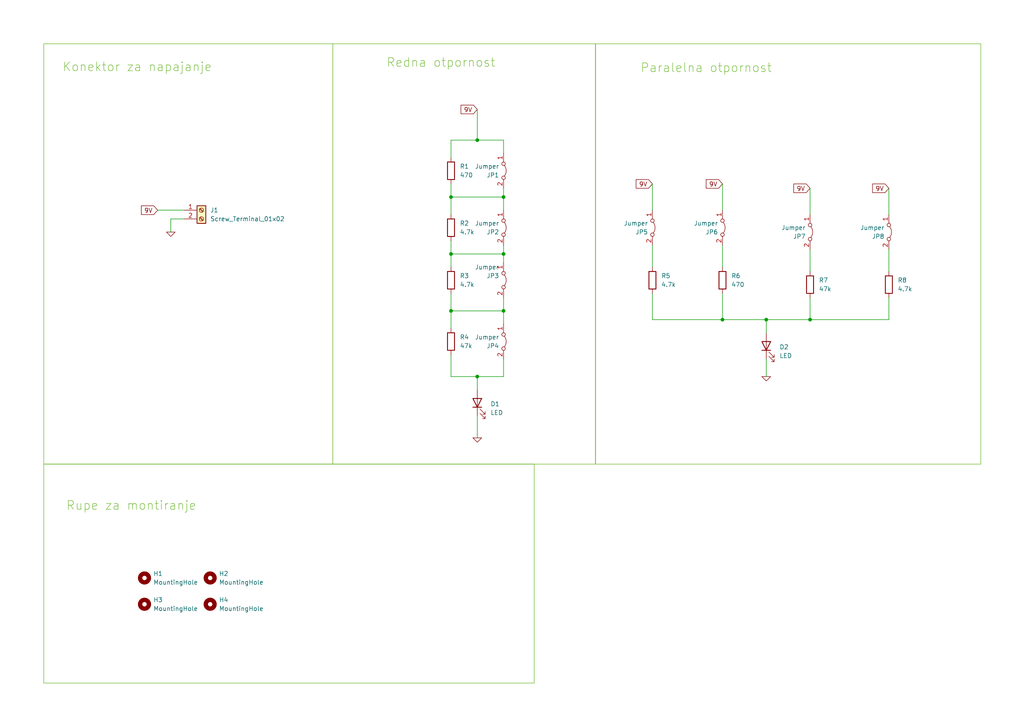
<source format=kicad_sch>
(kicad_sch
	(version 20231120)
	(generator "eeschema")
	(generator_version "8.0")
	(uuid "4bec5ddf-adbf-41fb-a069-c7630bb0044a")
	(paper "A4")
	(title_block
		(title "Redna i paralelna otpornost")
		(date "14.02.2025.")
	)
	(lib_symbols
		(symbol "Connector:Screw_Terminal_01x02"
			(pin_names
				(offset 1.016) hide)
			(exclude_from_sim no)
			(in_bom yes)
			(on_board yes)
			(property "Reference" "J"
				(at 0 2.54 0)
				(effects
					(font
						(size 1.27 1.27)
					)
				)
			)
			(property "Value" "Screw_Terminal_01x02"
				(at 0 -5.08 0)
				(effects
					(font
						(size 1.27 1.27)
					)
				)
			)
			(property "Footprint" ""
				(at 0 0 0)
				(effects
					(font
						(size 1.27 1.27)
					)
					(hide yes)
				)
			)
			(property "Datasheet" "~"
				(at 0 0 0)
				(effects
					(font
						(size 1.27 1.27)
					)
					(hide yes)
				)
			)
			(property "Description" "Generic screw terminal, single row, 01x02, script generated (kicad-library-utils/schlib/autogen/connector/)"
				(at 0 0 0)
				(effects
					(font
						(size 1.27 1.27)
					)
					(hide yes)
				)
			)
			(property "ki_keywords" "screw terminal"
				(at 0 0 0)
				(effects
					(font
						(size 1.27 1.27)
					)
					(hide yes)
				)
			)
			(property "ki_fp_filters" "TerminalBlock*:*"
				(at 0 0 0)
				(effects
					(font
						(size 1.27 1.27)
					)
					(hide yes)
				)
			)
			(symbol "Screw_Terminal_01x02_1_1"
				(rectangle
					(start -1.27 1.27)
					(end 1.27 -3.81)
					(stroke
						(width 0.254)
						(type default)
					)
					(fill
						(type background)
					)
				)
				(circle
					(center 0 -2.54)
					(radius 0.635)
					(stroke
						(width 0.1524)
						(type default)
					)
					(fill
						(type none)
					)
				)
				(polyline
					(pts
						(xy -0.5334 -2.2098) (xy 0.3302 -3.048)
					)
					(stroke
						(width 0.1524)
						(type default)
					)
					(fill
						(type none)
					)
				)
				(polyline
					(pts
						(xy -0.5334 0.3302) (xy 0.3302 -0.508)
					)
					(stroke
						(width 0.1524)
						(type default)
					)
					(fill
						(type none)
					)
				)
				(polyline
					(pts
						(xy -0.3556 -2.032) (xy 0.508 -2.8702)
					)
					(stroke
						(width 0.1524)
						(type default)
					)
					(fill
						(type none)
					)
				)
				(polyline
					(pts
						(xy -0.3556 0.508) (xy 0.508 -0.3302)
					)
					(stroke
						(width 0.1524)
						(type default)
					)
					(fill
						(type none)
					)
				)
				(circle
					(center 0 0)
					(radius 0.635)
					(stroke
						(width 0.1524)
						(type default)
					)
					(fill
						(type none)
					)
				)
				(pin passive line
					(at -5.08 0 0)
					(length 3.81)
					(name "Pin_1"
						(effects
							(font
								(size 1.27 1.27)
							)
						)
					)
					(number "1"
						(effects
							(font
								(size 1.27 1.27)
							)
						)
					)
				)
				(pin passive line
					(at -5.08 -2.54 0)
					(length 3.81)
					(name "Pin_2"
						(effects
							(font
								(size 1.27 1.27)
							)
						)
					)
					(number "2"
						(effects
							(font
								(size 1.27 1.27)
							)
						)
					)
				)
			)
		)
		(symbol "Device:LED"
			(pin_numbers hide)
			(pin_names
				(offset 1.016) hide)
			(exclude_from_sim no)
			(in_bom yes)
			(on_board yes)
			(property "Reference" "D"
				(at 0 2.54 0)
				(effects
					(font
						(size 1.27 1.27)
					)
				)
			)
			(property "Value" "LED"
				(at 0 -2.54 0)
				(effects
					(font
						(size 1.27 1.27)
					)
				)
			)
			(property "Footprint" ""
				(at 0 0 0)
				(effects
					(font
						(size 1.27 1.27)
					)
					(hide yes)
				)
			)
			(property "Datasheet" "~"
				(at 0 0 0)
				(effects
					(font
						(size 1.27 1.27)
					)
					(hide yes)
				)
			)
			(property "Description" "Light emitting diode"
				(at 0 0 0)
				(effects
					(font
						(size 1.27 1.27)
					)
					(hide yes)
				)
			)
			(property "ki_keywords" "LED diode"
				(at 0 0 0)
				(effects
					(font
						(size 1.27 1.27)
					)
					(hide yes)
				)
			)
			(property "ki_fp_filters" "LED* LED_SMD:* LED_THT:*"
				(at 0 0 0)
				(effects
					(font
						(size 1.27 1.27)
					)
					(hide yes)
				)
			)
			(symbol "LED_0_1"
				(polyline
					(pts
						(xy -1.27 -1.27) (xy -1.27 1.27)
					)
					(stroke
						(width 0.254)
						(type default)
					)
					(fill
						(type none)
					)
				)
				(polyline
					(pts
						(xy -1.27 0) (xy 1.27 0)
					)
					(stroke
						(width 0)
						(type default)
					)
					(fill
						(type none)
					)
				)
				(polyline
					(pts
						(xy 1.27 -1.27) (xy 1.27 1.27) (xy -1.27 0) (xy 1.27 -1.27)
					)
					(stroke
						(width 0.254)
						(type default)
					)
					(fill
						(type none)
					)
				)
				(polyline
					(pts
						(xy -3.048 -0.762) (xy -4.572 -2.286) (xy -3.81 -2.286) (xy -4.572 -2.286) (xy -4.572 -1.524)
					)
					(stroke
						(width 0)
						(type default)
					)
					(fill
						(type none)
					)
				)
				(polyline
					(pts
						(xy -1.778 -0.762) (xy -3.302 -2.286) (xy -2.54 -2.286) (xy -3.302 -2.286) (xy -3.302 -1.524)
					)
					(stroke
						(width 0)
						(type default)
					)
					(fill
						(type none)
					)
				)
			)
			(symbol "LED_1_1"
				(pin passive line
					(at -3.81 0 0)
					(length 2.54)
					(name "K"
						(effects
							(font
								(size 1.27 1.27)
							)
						)
					)
					(number "1"
						(effects
							(font
								(size 1.27 1.27)
							)
						)
					)
				)
				(pin passive line
					(at 3.81 0 180)
					(length 2.54)
					(name "A"
						(effects
							(font
								(size 1.27 1.27)
							)
						)
					)
					(number "2"
						(effects
							(font
								(size 1.27 1.27)
							)
						)
					)
				)
			)
		)
		(symbol "Device:R"
			(pin_numbers hide)
			(pin_names
				(offset 0)
			)
			(exclude_from_sim no)
			(in_bom yes)
			(on_board yes)
			(property "Reference" "R"
				(at 2.032 0 90)
				(effects
					(font
						(size 1.27 1.27)
					)
				)
			)
			(property "Value" "R"
				(at 0 0 90)
				(effects
					(font
						(size 1.27 1.27)
					)
				)
			)
			(property "Footprint" ""
				(at -1.778 0 90)
				(effects
					(font
						(size 1.27 1.27)
					)
					(hide yes)
				)
			)
			(property "Datasheet" "~"
				(at 0 0 0)
				(effects
					(font
						(size 1.27 1.27)
					)
					(hide yes)
				)
			)
			(property "Description" "Resistor"
				(at 0 0 0)
				(effects
					(font
						(size 1.27 1.27)
					)
					(hide yes)
				)
			)
			(property "ki_keywords" "R res resistor"
				(at 0 0 0)
				(effects
					(font
						(size 1.27 1.27)
					)
					(hide yes)
				)
			)
			(property "ki_fp_filters" "R_*"
				(at 0 0 0)
				(effects
					(font
						(size 1.27 1.27)
					)
					(hide yes)
				)
			)
			(symbol "R_0_1"
				(rectangle
					(start -1.016 -2.54)
					(end 1.016 2.54)
					(stroke
						(width 0.254)
						(type default)
					)
					(fill
						(type none)
					)
				)
			)
			(symbol "R_1_1"
				(pin passive line
					(at 0 3.81 270)
					(length 1.27)
					(name "~"
						(effects
							(font
								(size 1.27 1.27)
							)
						)
					)
					(number "1"
						(effects
							(font
								(size 1.27 1.27)
							)
						)
					)
				)
				(pin passive line
					(at 0 -3.81 90)
					(length 1.27)
					(name "~"
						(effects
							(font
								(size 1.27 1.27)
							)
						)
					)
					(number "2"
						(effects
							(font
								(size 1.27 1.27)
							)
						)
					)
				)
			)
		)
		(symbol "Jumper:Jumper_2_Bridged"
			(pin_names
				(offset 0) hide)
			(exclude_from_sim no)
			(in_bom yes)
			(on_board yes)
			(property "Reference" "JP"
				(at 0 1.905 0)
				(effects
					(font
						(size 1.27 1.27)
					)
				)
			)
			(property "Value" "Jumper_2_Bridged"
				(at 0 -2.54 0)
				(effects
					(font
						(size 1.27 1.27)
					)
				)
			)
			(property "Footprint" ""
				(at 0 0 0)
				(effects
					(font
						(size 1.27 1.27)
					)
					(hide yes)
				)
			)
			(property "Datasheet" "~"
				(at 0 0 0)
				(effects
					(font
						(size 1.27 1.27)
					)
					(hide yes)
				)
			)
			(property "Description" "Jumper, 2-pole, closed/bridged"
				(at 0 0 0)
				(effects
					(font
						(size 1.27 1.27)
					)
					(hide yes)
				)
			)
			(property "ki_keywords" "Jumper SPST"
				(at 0 0 0)
				(effects
					(font
						(size 1.27 1.27)
					)
					(hide yes)
				)
			)
			(property "ki_fp_filters" "Jumper* TestPoint*2Pads* TestPoint*Bridge*"
				(at 0 0 0)
				(effects
					(font
						(size 1.27 1.27)
					)
					(hide yes)
				)
			)
			(symbol "Jumper_2_Bridged_0_0"
				(circle
					(center -2.032 0)
					(radius 0.508)
					(stroke
						(width 0)
						(type default)
					)
					(fill
						(type none)
					)
				)
				(circle
					(center 2.032 0)
					(radius 0.508)
					(stroke
						(width 0)
						(type default)
					)
					(fill
						(type none)
					)
				)
			)
			(symbol "Jumper_2_Bridged_0_1"
				(arc
					(start 1.524 0.254)
					(mid 0 0.762)
					(end -1.524 0.254)
					(stroke
						(width 0)
						(type default)
					)
					(fill
						(type none)
					)
				)
			)
			(symbol "Jumper_2_Bridged_1_1"
				(pin passive line
					(at -5.08 0 0)
					(length 2.54)
					(name "A"
						(effects
							(font
								(size 1.27 1.27)
							)
						)
					)
					(number "1"
						(effects
							(font
								(size 1.27 1.27)
							)
						)
					)
				)
				(pin passive line
					(at 5.08 0 180)
					(length 2.54)
					(name "B"
						(effects
							(font
								(size 1.27 1.27)
							)
						)
					)
					(number "2"
						(effects
							(font
								(size 1.27 1.27)
							)
						)
					)
				)
			)
		)
		(symbol "Mechanical:MountingHole"
			(pin_names
				(offset 1.016)
			)
			(exclude_from_sim no)
			(in_bom yes)
			(on_board yes)
			(property "Reference" "H"
				(at 0 5.08 0)
				(effects
					(font
						(size 1.27 1.27)
					)
				)
			)
			(property "Value" "MountingHole"
				(at 0 3.175 0)
				(effects
					(font
						(size 1.27 1.27)
					)
				)
			)
			(property "Footprint" ""
				(at 0 0 0)
				(effects
					(font
						(size 1.27 1.27)
					)
					(hide yes)
				)
			)
			(property "Datasheet" "~"
				(at 0 0 0)
				(effects
					(font
						(size 1.27 1.27)
					)
					(hide yes)
				)
			)
			(property "Description" "Mounting Hole without connection"
				(at 0 0 0)
				(effects
					(font
						(size 1.27 1.27)
					)
					(hide yes)
				)
			)
			(property "ki_keywords" "mounting hole"
				(at 0 0 0)
				(effects
					(font
						(size 1.27 1.27)
					)
					(hide yes)
				)
			)
			(property "ki_fp_filters" "MountingHole*"
				(at 0 0 0)
				(effects
					(font
						(size 1.27 1.27)
					)
					(hide yes)
				)
			)
			(symbol "MountingHole_0_1"
				(circle
					(center 0 0)
					(radius 1.27)
					(stroke
						(width 1.27)
						(type default)
					)
					(fill
						(type none)
					)
				)
			)
		)
		(symbol "Simulation_SPICE:0"
			(power)
			(pin_names
				(offset 0)
			)
			(exclude_from_sim no)
			(in_bom yes)
			(on_board yes)
			(property "Reference" "#GND"
				(at 0 -2.54 0)
				(effects
					(font
						(size 1.27 1.27)
					)
					(hide yes)
				)
			)
			(property "Value" "0"
				(at 0 -1.778 0)
				(effects
					(font
						(size 1.27 1.27)
					)
				)
			)
			(property "Footprint" ""
				(at 0 0 0)
				(effects
					(font
						(size 1.27 1.27)
					)
					(hide yes)
				)
			)
			(property "Datasheet" "~"
				(at 0 0 0)
				(effects
					(font
						(size 1.27 1.27)
					)
					(hide yes)
				)
			)
			(property "Description" "0V reference potential for simulation"
				(at 0 0 0)
				(effects
					(font
						(size 1.27 1.27)
					)
					(hide yes)
				)
			)
			(property "ki_keywords" "simulation"
				(at 0 0 0)
				(effects
					(font
						(size 1.27 1.27)
					)
					(hide yes)
				)
			)
			(symbol "0_0_1"
				(polyline
					(pts
						(xy -1.27 0) (xy 0 -1.27) (xy 1.27 0) (xy -1.27 0)
					)
					(stroke
						(width 0)
						(type default)
					)
					(fill
						(type none)
					)
				)
			)
			(symbol "0_1_1"
				(pin power_in line
					(at 0 0 0)
					(length 0) hide
					(name "0"
						(effects
							(font
								(size 1.016 1.016)
							)
						)
					)
					(number "1"
						(effects
							(font
								(size 1.016 1.016)
							)
						)
					)
				)
			)
		)
	)
	(junction
		(at 138.43 40.64)
		(diameter 0)
		(color 0 0 0 0)
		(uuid "28359f30-473d-438d-8026-f332cae6e9da")
	)
	(junction
		(at 222.25 92.71)
		(diameter 0)
		(color 0 0 0 0)
		(uuid "4285b38a-3bcf-4dee-8558-a23177b8898b")
	)
	(junction
		(at 234.95 92.71)
		(diameter 0)
		(color 0 0 0 0)
		(uuid "54cc0ed7-a1e4-4f1d-9516-897777585cb5")
	)
	(junction
		(at 146.05 57.15)
		(diameter 0)
		(color 0 0 0 0)
		(uuid "61798637-91a5-4f7c-a318-152a44b43dbc")
	)
	(junction
		(at 130.81 73.66)
		(diameter 0)
		(color 0 0 0 0)
		(uuid "688a633b-ea5b-4532-9aa6-cc2a546ab1cc")
	)
	(junction
		(at 130.81 57.15)
		(diameter 0)
		(color 0 0 0 0)
		(uuid "71ea5f28-9e42-49bc-bb69-94b48b8e9ae3")
	)
	(junction
		(at 209.55 92.71)
		(diameter 0)
		(color 0 0 0 0)
		(uuid "7c1766ce-eb91-457c-a2c1-960643d4662b")
	)
	(junction
		(at 146.05 90.17)
		(diameter 0)
		(color 0 0 0 0)
		(uuid "873c78dd-8bf4-4ede-92c3-9bba063ebd49")
	)
	(junction
		(at 138.43 109.22)
		(diameter 0)
		(color 0 0 0 0)
		(uuid "9b32aed4-fcaf-4167-b502-2f8a3803714e")
	)
	(junction
		(at 130.81 90.17)
		(diameter 0)
		(color 0 0 0 0)
		(uuid "a11dfbe8-0e8c-4b74-a10e-dd6ddfd003e1")
	)
	(junction
		(at 146.05 73.66)
		(diameter 0)
		(color 0 0 0 0)
		(uuid "c34e9315-b142-4baf-aa65-3851c9a892af")
	)
	(wire
		(pts
			(xy 130.81 90.17) (xy 130.81 95.25)
		)
		(stroke
			(width 0)
			(type default)
		)
		(uuid "0530f049-245d-48d3-9ddd-b3571f16de75")
	)
	(wire
		(pts
			(xy 130.81 40.64) (xy 130.81 45.72)
		)
		(stroke
			(width 0)
			(type default)
		)
		(uuid "10f7f194-1784-408c-9caa-04247f945ae3")
	)
	(wire
		(pts
			(xy 130.81 102.87) (xy 130.81 109.22)
		)
		(stroke
			(width 0)
			(type default)
		)
		(uuid "246c7c52-2263-45e1-ad4f-099824dbc729")
	)
	(wire
		(pts
			(xy 234.95 86.36) (xy 234.95 92.71)
		)
		(stroke
			(width 0)
			(type default)
		)
		(uuid "2f90c028-f1c8-494f-af45-cc07feb082ff")
	)
	(wire
		(pts
			(xy 209.55 92.71) (xy 222.25 92.71)
		)
		(stroke
			(width 0)
			(type default)
		)
		(uuid "3d37b932-ee36-4e25-b9f6-dea61057c165")
	)
	(wire
		(pts
			(xy 130.81 69.85) (xy 130.81 73.66)
		)
		(stroke
			(width 0)
			(type default)
		)
		(uuid "40c4da73-0e01-4aa4-9386-1a76374d8d02")
	)
	(wire
		(pts
			(xy 146.05 40.64) (xy 146.05 44.45)
		)
		(stroke
			(width 0)
			(type default)
		)
		(uuid "46c28472-eced-408c-b6f0-6e5dbfe551b5")
	)
	(wire
		(pts
			(xy 130.81 40.64) (xy 138.43 40.64)
		)
		(stroke
			(width 0)
			(type default)
		)
		(uuid "482a67ab-2366-4387-9c36-71e000f1433d")
	)
	(wire
		(pts
			(xy 146.05 90.17) (xy 146.05 93.98)
		)
		(stroke
			(width 0)
			(type default)
		)
		(uuid "52b71cff-ce35-4253-a243-c3f9e24c97eb")
	)
	(wire
		(pts
			(xy 146.05 109.22) (xy 138.43 109.22)
		)
		(stroke
			(width 0)
			(type default)
		)
		(uuid "5d3c67d8-9348-4cf7-9847-96ad30f1d26a")
	)
	(wire
		(pts
			(xy 146.05 73.66) (xy 146.05 71.12)
		)
		(stroke
			(width 0)
			(type default)
		)
		(uuid "602ad33a-46c0-4ba9-b693-395ea4517d98")
	)
	(wire
		(pts
			(xy 209.55 85.09) (xy 209.55 92.71)
		)
		(stroke
			(width 0)
			(type default)
		)
		(uuid "62a3790a-440a-4cb1-b38a-b555e88afbb0")
	)
	(wire
		(pts
			(xy 53.34 60.96) (xy 45.72 60.96)
		)
		(stroke
			(width 0)
			(type default)
		)
		(uuid "65122e7f-9906-440c-babe-53ce0ff1e12c")
	)
	(wire
		(pts
			(xy 130.81 57.15) (xy 130.81 62.23)
		)
		(stroke
			(width 0)
			(type default)
		)
		(uuid "6e2b0665-8bf6-4df2-b454-e01bf6f81110")
	)
	(wire
		(pts
			(xy 189.23 92.71) (xy 209.55 92.71)
		)
		(stroke
			(width 0)
			(type default)
		)
		(uuid "7ddec014-fd5c-4c10-ba3c-aa9a69bdc903")
	)
	(wire
		(pts
			(xy 189.23 85.09) (xy 189.23 92.71)
		)
		(stroke
			(width 0)
			(type default)
		)
		(uuid "84c5d4fe-42c0-4552-89b6-efcb571b84b7")
	)
	(wire
		(pts
			(xy 189.23 53.34) (xy 189.23 60.96)
		)
		(stroke
			(width 0)
			(type default)
		)
		(uuid "87c7f87a-ccd3-49aa-891e-eb25ff31274c")
	)
	(wire
		(pts
			(xy 222.25 92.71) (xy 222.25 96.52)
		)
		(stroke
			(width 0)
			(type default)
		)
		(uuid "933b9188-7416-4626-b952-33458f61175a")
	)
	(wire
		(pts
			(xy 189.23 71.12) (xy 189.23 77.47)
		)
		(stroke
			(width 0)
			(type default)
		)
		(uuid "9d472aa0-dea7-4f0a-a1b6-6a6d3e1cd921")
	)
	(wire
		(pts
			(xy 209.55 71.12) (xy 209.55 77.47)
		)
		(stroke
			(width 0)
			(type default)
		)
		(uuid "9ff0d05e-0fd8-4cd5-bcca-ae6bb2bfb409")
	)
	(wire
		(pts
			(xy 130.81 73.66) (xy 130.81 77.47)
		)
		(stroke
			(width 0)
			(type default)
		)
		(uuid "a1927151-6f4f-4af3-a25e-e533c8d53c64")
	)
	(wire
		(pts
			(xy 138.43 31.75) (xy 138.43 40.64)
		)
		(stroke
			(width 0)
			(type default)
		)
		(uuid "a22b3d22-9df6-4a5c-b955-da70db8e4ba0")
	)
	(wire
		(pts
			(xy 222.25 92.71) (xy 234.95 92.71)
		)
		(stroke
			(width 0)
			(type default)
		)
		(uuid "a5dd9ac8-7d67-4479-8801-48100ccd04aa")
	)
	(wire
		(pts
			(xy 234.95 92.71) (xy 257.81 92.71)
		)
		(stroke
			(width 0)
			(type default)
		)
		(uuid "a9cbbabe-e744-4fab-93bf-b36061c75c51")
	)
	(wire
		(pts
			(xy 130.81 85.09) (xy 130.81 90.17)
		)
		(stroke
			(width 0)
			(type default)
		)
		(uuid "aa239206-031f-4e26-8008-bb1996d25d7d")
	)
	(wire
		(pts
			(xy 146.05 73.66) (xy 146.05 76.2)
		)
		(stroke
			(width 0)
			(type default)
		)
		(uuid "ae254b71-0516-4929-8e67-8a3dcd59405e")
	)
	(wire
		(pts
			(xy 257.81 72.39) (xy 257.81 78.74)
		)
		(stroke
			(width 0)
			(type default)
		)
		(uuid "b1b3081c-743d-4dd4-b4a8-5df0dd15a40d")
	)
	(wire
		(pts
			(xy 257.81 86.36) (xy 257.81 92.71)
		)
		(stroke
			(width 0)
			(type default)
		)
		(uuid "b5975ca5-3b99-479c-bd66-be5ee671f27f")
	)
	(wire
		(pts
			(xy 130.81 90.17) (xy 146.05 90.17)
		)
		(stroke
			(width 0)
			(type default)
		)
		(uuid "b6e9253d-dacb-4cc4-b229-5c6646f8308d")
	)
	(wire
		(pts
			(xy 209.55 53.34) (xy 209.55 60.96)
		)
		(stroke
			(width 0)
			(type default)
		)
		(uuid "b83cbce5-1371-41b7-881a-ca0fad42489d")
	)
	(wire
		(pts
			(xy 146.05 86.36) (xy 146.05 90.17)
		)
		(stroke
			(width 0)
			(type default)
		)
		(uuid "bb087a37-ef0f-4074-8388-b30038a8e3b9")
	)
	(wire
		(pts
			(xy 130.81 57.15) (xy 146.05 57.15)
		)
		(stroke
			(width 0)
			(type default)
		)
		(uuid "c079d424-8f06-431c-bec3-45676c4606d7")
	)
	(wire
		(pts
			(xy 234.95 72.39) (xy 234.95 78.74)
		)
		(stroke
			(width 0)
			(type default)
		)
		(uuid "c5af33f0-3aa5-4db4-b40a-99d9dc54003e")
	)
	(wire
		(pts
			(xy 49.53 63.5) (xy 53.34 63.5)
		)
		(stroke
			(width 0)
			(type default)
		)
		(uuid "c8841d33-7036-40c0-b328-88b7fa2a063c")
	)
	(wire
		(pts
			(xy 130.81 53.34) (xy 130.81 57.15)
		)
		(stroke
			(width 0)
			(type default)
		)
		(uuid "d13148a3-38a2-48b2-bc9e-c724ebe5da9b")
	)
	(wire
		(pts
			(xy 146.05 57.15) (xy 146.05 60.96)
		)
		(stroke
			(width 0)
			(type default)
		)
		(uuid "dabf0cfc-dcb3-4364-a15c-cf804a9370da")
	)
	(wire
		(pts
			(xy 138.43 120.65) (xy 138.43 127)
		)
		(stroke
			(width 0)
			(type default)
		)
		(uuid "e09a9d02-eab3-4979-9cad-e3c2c60d9686")
	)
	(wire
		(pts
			(xy 234.95 54.61) (xy 234.95 62.23)
		)
		(stroke
			(width 0)
			(type default)
		)
		(uuid "e4b5f5f2-9bd4-43ac-b424-1740bca66faf")
	)
	(wire
		(pts
			(xy 146.05 104.14) (xy 146.05 109.22)
		)
		(stroke
			(width 0)
			(type default)
		)
		(uuid "e4d8cb49-a33f-4bf3-b16e-ef625f01895a")
	)
	(wire
		(pts
			(xy 138.43 40.64) (xy 146.05 40.64)
		)
		(stroke
			(width 0)
			(type default)
		)
		(uuid "e615d72c-4058-4220-91e9-652cf89aaafe")
	)
	(wire
		(pts
			(xy 130.81 73.66) (xy 146.05 73.66)
		)
		(stroke
			(width 0)
			(type default)
		)
		(uuid "ee54fe7b-8da6-48d0-926a-39f75cc31914")
	)
	(wire
		(pts
			(xy 130.81 109.22) (xy 138.43 109.22)
		)
		(stroke
			(width 0)
			(type default)
		)
		(uuid "f3978f4f-6a2f-495b-b2c1-4cf2b64efdaf")
	)
	(wire
		(pts
			(xy 222.25 104.14) (xy 222.25 109.22)
		)
		(stroke
			(width 0)
			(type default)
		)
		(uuid "f4ad0b03-3b77-4ef7-b4b9-415587baeb17")
	)
	(wire
		(pts
			(xy 49.53 63.5) (xy 49.53 67.31)
		)
		(stroke
			(width 0)
			(type default)
		)
		(uuid "f6a3c51d-3db5-4f44-8c2a-3ff5d0d5bcbc")
	)
	(wire
		(pts
			(xy 146.05 57.15) (xy 146.05 54.61)
		)
		(stroke
			(width 0)
			(type default)
		)
		(uuid "fb5c3637-ba3e-4cfc-aedd-064924b887ce")
	)
	(wire
		(pts
			(xy 138.43 109.22) (xy 138.43 113.03)
		)
		(stroke
			(width 0)
			(type default)
		)
		(uuid "fcd76a20-1f3d-424c-92fb-9e067b2ecaf4")
	)
	(wire
		(pts
			(xy 257.81 54.61) (xy 257.81 62.23)
		)
		(stroke
			(width 0)
			(type default)
		)
		(uuid "fea08b95-983b-4e61-ac06-8403f7e699d7")
	)
	(rectangle
		(start 12.7 12.7)
		(end 96.52 134.62)
		(stroke
			(width 0)
			(type default)
			(color 110 183 49 1)
		)
		(fill
			(type none)
		)
		(uuid 2e57c3fd-abbd-457a-8813-a13913f51f2d)
	)
	(rectangle
		(start 96.52 12.7)
		(end 172.72 134.62)
		(stroke
			(width 0)
			(type default)
			(color 110 183 49 1)
		)
		(fill
			(type none)
		)
		(uuid 32e2cb8c-111a-41a4-8418-16eacd71d4bb)
	)
	(rectangle
		(start 12.7 134.62)
		(end 154.94 198.12)
		(stroke
			(width 0)
			(type default)
			(color 110 183 49 1)
		)
		(fill
			(type none)
		)
		(uuid 7edff990-3ada-42a6-9be8-f0d62348deea)
	)
	(rectangle
		(start 172.72 12.7)
		(end 284.48 134.62)
		(stroke
			(width 0)
			(type default)
			(color 110 183 49 1)
		)
		(fill
			(type none)
		)
		(uuid b1e26c79-f256-4eec-9255-412499c97251)
	)
	(text "Konektor za napajanje"
		(exclude_from_sim no)
		(at 18.034 21.082 0)
		(effects
			(font
				(size 2.54 2.54)
				(color 110 183 49 1)
			)
			(justify left bottom)
		)
		(uuid "545dd991-b209-4b5c-84ff-c673315ab54e")
	)
	(text "Rupe za montiranje"
		(exclude_from_sim no)
		(at 38.1 146.812 0)
		(effects
			(font
				(size 2.54 2.54)
				(color 110 183 49 1)
			)
		)
		(uuid "7f2ff369-1316-447e-bd1f-ceabb0ea6030")
	)
	(text "Paralelna otpornost\n"
		(exclude_from_sim no)
		(at 185.674 21.336 0)
		(effects
			(font
				(size 2.54 2.54)
				(color 110 183 49 1)
			)
			(justify left bottom)
		)
		(uuid "aa184478-078a-4a0f-8014-fb886a752262")
	)
	(text "Redna otpornost\n"
		(exclude_from_sim no)
		(at 112.014 19.812 0)
		(effects
			(font
				(size 2.54 2.54)
				(color 110 183 49 1)
			)
			(justify left bottom)
		)
		(uuid "b08bf2d3-f186-46b9-8706-0a28f767795e")
	)
	(global_label "9V"
		(shape input)
		(at 189.23 53.34 180)
		(fields_autoplaced yes)
		(effects
			(font
				(size 1.27 1.27)
			)
			(justify right)
		)
		(uuid "05100cc9-a243-4b3f-887c-e07b06059114")
		(property "Intersheetrefs" "${INTERSHEET_REFS}"
			(at 183.9467 53.34 0)
			(effects
				(font
					(size 1.27 1.27)
				)
				(justify right)
				(hide yes)
			)
		)
	)
	(global_label "9V"
		(shape input)
		(at 138.43 31.75 180)
		(fields_autoplaced yes)
		(effects
			(font
				(size 1.27 1.27)
			)
			(justify right)
		)
		(uuid "0fb6402e-b6e8-407c-81b3-0d1d489e365a")
		(property "Intersheetrefs" "${INTERSHEET_REFS}"
			(at 133.1467 31.75 0)
			(effects
				(font
					(size 1.27 1.27)
				)
				(justify right)
				(hide yes)
			)
		)
	)
	(global_label "9V"
		(shape input)
		(at 45.72 60.96 180)
		(fields_autoplaced yes)
		(effects
			(font
				(size 1.27 1.27)
			)
			(justify right)
		)
		(uuid "18ec2ac0-7c58-4c9a-9b74-55524df268b3")
		(property "Intersheetrefs" "${INTERSHEET_REFS}"
			(at 40.4367 60.96 0)
			(effects
				(font
					(size 1.27 1.27)
				)
				(justify right)
				(hide yes)
			)
		)
	)
	(global_label "9V"
		(shape input)
		(at 257.81 54.61 180)
		(fields_autoplaced yes)
		(effects
			(font
				(size 1.27 1.27)
			)
			(justify right)
		)
		(uuid "3927bfb2-9123-4b6f-941f-39618d9f6b40")
		(property "Intersheetrefs" "${INTERSHEET_REFS}"
			(at 252.5267 54.61 0)
			(effects
				(font
					(size 1.27 1.27)
				)
				(justify right)
				(hide yes)
			)
		)
	)
	(global_label "9V"
		(shape input)
		(at 209.55 53.34 180)
		(fields_autoplaced yes)
		(effects
			(font
				(size 1.27 1.27)
			)
			(justify right)
		)
		(uuid "ba903663-746f-450d-bf0a-e0840112092b")
		(property "Intersheetrefs" "${INTERSHEET_REFS}"
			(at 204.2667 53.34 0)
			(effects
				(font
					(size 1.27 1.27)
				)
				(justify right)
				(hide yes)
			)
		)
	)
	(global_label "9V"
		(shape input)
		(at 234.95 54.61 180)
		(fields_autoplaced yes)
		(effects
			(font
				(size 1.27 1.27)
			)
			(justify right)
		)
		(uuid "cd97f2b1-6e16-4831-949a-b48f310bebd0")
		(property "Intersheetrefs" "${INTERSHEET_REFS}"
			(at 229.6667 54.61 0)
			(effects
				(font
					(size 1.27 1.27)
				)
				(justify right)
				(hide yes)
			)
		)
	)
	(symbol
		(lib_id "Device:R")
		(at 130.81 81.28 0)
		(unit 1)
		(exclude_from_sim no)
		(in_bom yes)
		(on_board yes)
		(dnp no)
		(uuid "0a2e286b-bbb7-482e-b5df-cfd37eb6e3c1")
		(property "Reference" "R3"
			(at 133.35 80.01 0)
			(effects
				(font
					(size 1.27 1.27)
				)
				(justify left)
			)
		)
		(property "Value" "4.7k"
			(at 133.35 82.55 0)
			(effects
				(font
					(size 1.27 1.27)
				)
				(justify left)
			)
		)
		(property "Footprint" "Resistor_SMD:R_1206_3216Metric_Pad1.30x1.75mm_HandSolder"
			(at 129.032 81.28 90)
			(effects
				(font
					(size 1.27 1.27)
				)
				(hide yes)
			)
		)
		(property "Datasheet" "~"
			(at 130.81 81.28 0)
			(effects
				(font
					(size 1.27 1.27)
				)
				(hide yes)
			)
		)
		(property "Description" ""
			(at 130.81 81.28 0)
			(effects
				(font
					(size 1.27 1.27)
				)
				(hide yes)
			)
		)
		(pin "1"
			(uuid "3eb06263-2881-4e44-8119-52ddde7c2582")
		)
		(pin "2"
			(uuid "1c6eb7d3-09f4-4a05-ba01-ea6611f23597")
		)
		(instances
			(project "PEP003-redna_i_paralelna_otpornost"
				(path "/4bec5ddf-adbf-41fb-a069-c7630bb0044a"
					(reference "R3")
					(unit 1)
				)
			)
		)
	)
	(symbol
		(lib_id "Mechanical:MountingHole")
		(at 41.91 175.26 0)
		(unit 1)
		(exclude_from_sim no)
		(in_bom yes)
		(on_board yes)
		(dnp no)
		(fields_autoplaced yes)
		(uuid "0c3764e9-1df8-4553-89ea-56bfbfbc7b81")
		(property "Reference" "H3"
			(at 44.45 173.99 0)
			(effects
				(font
					(size 1.27 1.27)
				)
				(justify left)
			)
		)
		(property "Value" "MountingHole"
			(at 44.45 176.53 0)
			(effects
				(font
					(size 1.27 1.27)
				)
				(justify left)
			)
		)
		(property "Footprint" "MountingHole:MountingHole_3.2mm_M3_ISO14580_Pad_TopBottom"
			(at 41.91 175.26 0)
			(effects
				(font
					(size 1.27 1.27)
				)
				(hide yes)
			)
		)
		(property "Datasheet" "~"
			(at 41.91 175.26 0)
			(effects
				(font
					(size 1.27 1.27)
				)
				(hide yes)
			)
		)
		(property "Description" ""
			(at 41.91 175.26 0)
			(effects
				(font
					(size 1.27 1.27)
				)
				(hide yes)
			)
		)
		(instances
			(project "45x45_template"
				(path "/4bec5ddf-adbf-41fb-a069-c7630bb0044a"
					(reference "H3")
					(unit 1)
				)
			)
		)
	)
	(symbol
		(lib_id "Jumper:Jumper_2_Bridged")
		(at 146.05 81.28 270)
		(unit 1)
		(exclude_from_sim no)
		(in_bom yes)
		(on_board yes)
		(dnp no)
		(uuid "109861e3-ce3a-438f-a230-c2d4f23acef2")
		(property "Reference" "JP3"
			(at 144.78 80.01 90)
			(effects
				(font
					(size 1.27 1.27)
				)
				(justify right)
			)
		)
		(property "Value" "Jumper"
			(at 144.78 77.47 90)
			(effects
				(font
					(size 1.27 1.27)
				)
				(justify right)
			)
		)
		(property "Footprint" "Connector_PinHeader_2.54mm:PinHeader_1x02_P2.54mm_Vertical"
			(at 146.05 81.28 0)
			(effects
				(font
					(size 1.27 1.27)
				)
				(hide yes)
			)
		)
		(property "Datasheet" "~"
			(at 146.05 81.28 0)
			(effects
				(font
					(size 1.27 1.27)
				)
				(hide yes)
			)
		)
		(property "Description" ""
			(at 146.05 81.28 0)
			(effects
				(font
					(size 1.27 1.27)
				)
				(hide yes)
			)
		)
		(pin "2"
			(uuid "5e8dbd61-e228-4c6a-8f8d-d287fb3807a5")
		)
		(pin "1"
			(uuid "af7c4e23-ec22-4cfb-8cf3-b96ba6012198")
		)
		(instances
			(project "PEP003-redna_i_paralelna_otpornost"
				(path "/4bec5ddf-adbf-41fb-a069-c7630bb0044a"
					(reference "JP3")
					(unit 1)
				)
			)
		)
	)
	(symbol
		(lib_id "Simulation_SPICE:0")
		(at 138.43 127 0)
		(unit 1)
		(exclude_from_sim no)
		(in_bom yes)
		(on_board yes)
		(dnp no)
		(fields_autoplaced yes)
		(uuid "18e620a5-ae76-4099-9a7c-3340900d139f")
		(property "Reference" "#GND02"
			(at 138.43 129.54 0)
			(effects
				(font
					(size 1.27 1.27)
				)
				(hide yes)
			)
		)
		(property "Value" "0"
			(at 138.43 124.46 0)
			(effects
				(font
					(size 1.27 1.27)
				)
				(hide yes)
			)
		)
		(property "Footprint" ""
			(at 138.43 127 0)
			(effects
				(font
					(size 1.27 1.27)
				)
				(hide yes)
			)
		)
		(property "Datasheet" "~"
			(at 138.43 127 0)
			(effects
				(font
					(size 1.27 1.27)
				)
				(hide yes)
			)
		)
		(property "Description" ""
			(at 138.43 127 0)
			(effects
				(font
					(size 1.27 1.27)
				)
				(hide yes)
			)
		)
		(pin "1"
			(uuid "6137274d-d467-4759-a600-908d35b18de4")
		)
		(instances
			(project "PEP003-redna_i_paralelna_otpornost"
				(path "/4bec5ddf-adbf-41fb-a069-c7630bb0044a"
					(reference "#GND02")
					(unit 1)
				)
			)
		)
	)
	(symbol
		(lib_id "Jumper:Jumper_2_Bridged")
		(at 146.05 99.06 270)
		(unit 1)
		(exclude_from_sim no)
		(in_bom yes)
		(on_board yes)
		(dnp no)
		(fields_autoplaced yes)
		(uuid "23d5b3db-97ed-4edb-bcf1-39b1da50b1a8")
		(property "Reference" "JP4"
			(at 144.78 100.33 90)
			(effects
				(font
					(size 1.27 1.27)
				)
				(justify right)
			)
		)
		(property "Value" "Jumper"
			(at 144.78 97.79 90)
			(effects
				(font
					(size 1.27 1.27)
				)
				(justify right)
			)
		)
		(property "Footprint" "Connector_PinHeader_2.54mm:PinHeader_1x02_P2.54mm_Vertical"
			(at 146.05 99.06 0)
			(effects
				(font
					(size 1.27 1.27)
				)
				(hide yes)
			)
		)
		(property "Datasheet" "~"
			(at 146.05 99.06 0)
			(effects
				(font
					(size 1.27 1.27)
				)
				(hide yes)
			)
		)
		(property "Description" ""
			(at 146.05 99.06 0)
			(effects
				(font
					(size 1.27 1.27)
				)
				(hide yes)
			)
		)
		(pin "2"
			(uuid "b7d9a8ff-f8ad-44d8-a998-189b8f3f86d1")
		)
		(pin "1"
			(uuid "1d255f7b-60ca-44de-9047-a2b78a381407")
		)
		(instances
			(project "PEP003-redna_i_paralelna_otpornost"
				(path "/4bec5ddf-adbf-41fb-a069-c7630bb0044a"
					(reference "JP4")
					(unit 1)
				)
			)
		)
	)
	(symbol
		(lib_id "Device:R")
		(at 130.81 49.53 0)
		(unit 1)
		(exclude_from_sim no)
		(in_bom yes)
		(on_board yes)
		(dnp no)
		(fields_autoplaced yes)
		(uuid "2fa54441-7643-44a6-99a9-a8374ffbdd70")
		(property "Reference" "R1"
			(at 133.35 48.26 0)
			(effects
				(font
					(size 1.27 1.27)
				)
				(justify left)
			)
		)
		(property "Value" "470"
			(at 133.35 50.8 0)
			(effects
				(font
					(size 1.27 1.27)
				)
				(justify left)
			)
		)
		(property "Footprint" "Resistor_SMD:R_1206_3216Metric_Pad1.30x1.75mm_HandSolder"
			(at 129.032 49.53 90)
			(effects
				(font
					(size 1.27 1.27)
				)
				(hide yes)
			)
		)
		(property "Datasheet" "~"
			(at 130.81 49.53 0)
			(effects
				(font
					(size 1.27 1.27)
				)
				(hide yes)
			)
		)
		(property "Description" ""
			(at 130.81 49.53 0)
			(effects
				(font
					(size 1.27 1.27)
				)
				(hide yes)
			)
		)
		(pin "1"
			(uuid "1e2ddcec-3a6f-4fed-b5af-3a9975e569b1")
		)
		(pin "2"
			(uuid "82da4ce0-090d-47a9-b4bc-b78decd4fc78")
		)
		(instances
			(project "PEP003-redna_i_paralelna_otpornost"
				(path "/4bec5ddf-adbf-41fb-a069-c7630bb0044a"
					(reference "R1")
					(unit 1)
				)
			)
		)
	)
	(symbol
		(lib_id "Jumper:Jumper_2_Bridged")
		(at 146.05 49.53 270)
		(unit 1)
		(exclude_from_sim no)
		(in_bom yes)
		(on_board yes)
		(dnp no)
		(fields_autoplaced yes)
		(uuid "43068012-13cf-47c8-9f6f-403bd68e5f58")
		(property "Reference" "JP1"
			(at 144.78 50.8 90)
			(effects
				(font
					(size 1.27 1.27)
				)
				(justify right)
			)
		)
		(property "Value" "Jumper"
			(at 144.78 48.26 90)
			(effects
				(font
					(size 1.27 1.27)
				)
				(justify right)
			)
		)
		(property "Footprint" "Connector_PinHeader_2.54mm:PinHeader_1x02_P2.54mm_Vertical"
			(at 146.05 49.53 0)
			(effects
				(font
					(size 1.27 1.27)
				)
				(hide yes)
			)
		)
		(property "Datasheet" "~"
			(at 146.05 49.53 0)
			(effects
				(font
					(size 1.27 1.27)
				)
				(hide yes)
			)
		)
		(property "Description" ""
			(at 146.05 49.53 0)
			(effects
				(font
					(size 1.27 1.27)
				)
				(hide yes)
			)
		)
		(pin "2"
			(uuid "774f91c1-79e4-48e2-9181-57965a5cc4aa")
		)
		(pin "1"
			(uuid "c3471391-b4eb-4042-a263-6c72c1f469e3")
		)
		(instances
			(project "PEP003-redna_i_paralelna_otpornost"
				(path "/4bec5ddf-adbf-41fb-a069-c7630bb0044a"
					(reference "JP1")
					(unit 1)
				)
			)
		)
	)
	(symbol
		(lib_id "Jumper:Jumper_2_Bridged")
		(at 146.05 66.04 270)
		(unit 1)
		(exclude_from_sim no)
		(in_bom yes)
		(on_board yes)
		(dnp no)
		(fields_autoplaced yes)
		(uuid "4b22a29b-48a0-4ac5-9830-1bcd251c8dc4")
		(property "Reference" "JP2"
			(at 144.78 67.31 90)
			(effects
				(font
					(size 1.27 1.27)
				)
				(justify right)
			)
		)
		(property "Value" "Jumper"
			(at 144.78 64.77 90)
			(effects
				(font
					(size 1.27 1.27)
				)
				(justify right)
			)
		)
		(property "Footprint" "Connector_PinHeader_2.54mm:PinHeader_1x02_P2.54mm_Vertical"
			(at 146.05 66.04 0)
			(effects
				(font
					(size 1.27 1.27)
				)
				(hide yes)
			)
		)
		(property "Datasheet" "~"
			(at 146.05 66.04 0)
			(effects
				(font
					(size 1.27 1.27)
				)
				(hide yes)
			)
		)
		(property "Description" ""
			(at 146.05 66.04 0)
			(effects
				(font
					(size 1.27 1.27)
				)
				(hide yes)
			)
		)
		(pin "2"
			(uuid "46ed1815-7e1a-4774-9897-0d996cd9998d")
		)
		(pin "1"
			(uuid "d253a767-f2fc-4242-9639-ba193dc99ab7")
		)
		(instances
			(project "PEP003-redna_i_paralelna_otpornost"
				(path "/4bec5ddf-adbf-41fb-a069-c7630bb0044a"
					(reference "JP2")
					(unit 1)
				)
			)
		)
	)
	(symbol
		(lib_id "Device:R")
		(at 189.23 81.28 180)
		(unit 1)
		(exclude_from_sim no)
		(in_bom yes)
		(on_board yes)
		(dnp no)
		(fields_autoplaced yes)
		(uuid "629b135a-b097-4c58-ba88-96b62e5d67c4")
		(property "Reference" "R5"
			(at 191.77 80.01 0)
			(effects
				(font
					(size 1.27 1.27)
				)
				(justify right)
			)
		)
		(property "Value" "4.7k"
			(at 191.77 82.55 0)
			(effects
				(font
					(size 1.27 1.27)
				)
				(justify right)
			)
		)
		(property "Footprint" "Resistor_SMD:R_1206_3216Metric_Pad1.30x1.75mm_HandSolder"
			(at 191.008 81.28 90)
			(effects
				(font
					(size 1.27 1.27)
				)
				(hide yes)
			)
		)
		(property "Datasheet" "~"
			(at 189.23 81.28 0)
			(effects
				(font
					(size 1.27 1.27)
				)
				(hide yes)
			)
		)
		(property "Description" ""
			(at 189.23 81.28 0)
			(effects
				(font
					(size 1.27 1.27)
				)
				(hide yes)
			)
		)
		(pin "1"
			(uuid "ec903d46-b8c7-430b-8f2e-c11d1433f2eb")
		)
		(pin "2"
			(uuid "7eb72b52-1386-46e8-ae00-43132c18479a")
		)
		(instances
			(project "PEP003-redna_i_paralelna_otpornost"
				(path "/4bec5ddf-adbf-41fb-a069-c7630bb0044a"
					(reference "R5")
					(unit 1)
				)
			)
		)
	)
	(symbol
		(lib_id "Device:LED")
		(at 222.25 100.33 90)
		(unit 1)
		(exclude_from_sim no)
		(in_bom yes)
		(on_board yes)
		(dnp no)
		(fields_autoplaced yes)
		(uuid "6829e9dc-dc72-4f3b-8153-b99c2bbc3590")
		(property "Reference" "D2"
			(at 226.06 100.6475 90)
			(effects
				(font
					(size 1.27 1.27)
				)
				(justify right)
			)
		)
		(property "Value" "LED"
			(at 226.06 103.1875 90)
			(effects
				(font
					(size 1.27 1.27)
				)
				(justify right)
			)
		)
		(property "Footprint" "LED_SMD:LED_1206_3216Metric_Pad1.42x1.75mm_HandSolder"
			(at 222.25 100.33 0)
			(effects
				(font
					(size 1.27 1.27)
				)
				(hide yes)
			)
		)
		(property "Datasheet" "~"
			(at 222.25 100.33 0)
			(effects
				(font
					(size 1.27 1.27)
				)
				(hide yes)
			)
		)
		(property "Description" ""
			(at 222.25 100.33 0)
			(effects
				(font
					(size 1.27 1.27)
				)
				(hide yes)
			)
		)
		(pin "1"
			(uuid "b669e530-d997-4061-b470-f4b6de6139dd")
		)
		(pin "2"
			(uuid "722b7a55-e0fb-4be3-9188-c98688fb1768")
		)
		(instances
			(project "PEP003-redna_i_paralelna_otpornost"
				(path "/4bec5ddf-adbf-41fb-a069-c7630bb0044a"
					(reference "D2")
					(unit 1)
				)
			)
		)
	)
	(symbol
		(lib_id "Simulation_SPICE:0")
		(at 49.53 67.31 0)
		(unit 1)
		(exclude_from_sim no)
		(in_bom yes)
		(on_board yes)
		(dnp no)
		(fields_autoplaced yes)
		(uuid "68d68abc-27bf-4f4c-86e0-dc33448cd3ca")
		(property "Reference" "#GND01"
			(at 49.53 69.85 0)
			(effects
				(font
					(size 1.27 1.27)
				)
				(hide yes)
			)
		)
		(property "Value" "0"
			(at 49.53 64.77 0)
			(effects
				(font
					(size 1.27 1.27)
				)
				(hide yes)
			)
		)
		(property "Footprint" ""
			(at 49.53 67.31 0)
			(effects
				(font
					(size 1.27 1.27)
				)
				(hide yes)
			)
		)
		(property "Datasheet" "~"
			(at 49.53 67.31 0)
			(effects
				(font
					(size 1.27 1.27)
				)
				(hide yes)
			)
		)
		(property "Description" ""
			(at 49.53 67.31 0)
			(effects
				(font
					(size 1.27 1.27)
				)
				(hide yes)
			)
		)
		(pin "1"
			(uuid "75561f98-bc4d-4187-864f-82bbeada633a")
		)
		(instances
			(project "PEP003-redna_i_paralelna_otpornost"
				(path "/4bec5ddf-adbf-41fb-a069-c7630bb0044a"
					(reference "#GND01")
					(unit 1)
				)
			)
		)
	)
	(symbol
		(lib_id "Jumper:Jumper_2_Bridged")
		(at 257.81 67.31 270)
		(unit 1)
		(exclude_from_sim no)
		(in_bom yes)
		(on_board yes)
		(dnp no)
		(uuid "6aaac239-0c89-431f-9d4d-4088eafde619")
		(property "Reference" "JP8"
			(at 256.54 68.58 90)
			(effects
				(font
					(size 1.27 1.27)
				)
				(justify right)
			)
		)
		(property "Value" "Jumper"
			(at 256.54 66.04 90)
			(effects
				(font
					(size 1.27 1.27)
				)
				(justify right)
			)
		)
		(property "Footprint" "Connector_PinHeader_2.54mm:PinHeader_1x02_P2.54mm_Vertical"
			(at 257.81 67.31 0)
			(effects
				(font
					(size 1.27 1.27)
				)
				(hide yes)
			)
		)
		(property "Datasheet" "~"
			(at 257.81 67.31 0)
			(effects
				(font
					(size 1.27 1.27)
				)
				(hide yes)
			)
		)
		(property "Description" ""
			(at 257.81 67.31 0)
			(effects
				(font
					(size 1.27 1.27)
				)
				(hide yes)
			)
		)
		(pin "2"
			(uuid "d92c29b9-fc52-4d17-8d38-f42047103457")
		)
		(pin "1"
			(uuid "677ffe78-75cf-4a7d-8fe7-10721575f4eb")
		)
		(instances
			(project "PEP003-redna_i_paralelna_otpornost"
				(path "/4bec5ddf-adbf-41fb-a069-c7630bb0044a"
					(reference "JP8")
					(unit 1)
				)
			)
		)
	)
	(symbol
		(lib_id "Device:R")
		(at 257.81 82.55 180)
		(unit 1)
		(exclude_from_sim no)
		(in_bom yes)
		(on_board yes)
		(dnp no)
		(uuid "71a3fa4d-0d8e-409c-9631-996567bc76a2")
		(property "Reference" "R8"
			(at 260.35 81.28 0)
			(effects
				(font
					(size 1.27 1.27)
				)
				(justify right)
			)
		)
		(property "Value" "4.7k"
			(at 260.35 83.82 0)
			(effects
				(font
					(size 1.27 1.27)
				)
				(justify right)
			)
		)
		(property "Footprint" "Resistor_SMD:R_1206_3216Metric_Pad1.30x1.75mm_HandSolder"
			(at 259.588 82.55 90)
			(effects
				(font
					(size 1.27 1.27)
				)
				(hide yes)
			)
		)
		(property "Datasheet" "~"
			(at 257.81 82.55 0)
			(effects
				(font
					(size 1.27 1.27)
				)
				(hide yes)
			)
		)
		(property "Description" ""
			(at 257.81 82.55 0)
			(effects
				(font
					(size 1.27 1.27)
				)
				(hide yes)
			)
		)
		(pin "1"
			(uuid "cbfa705f-db0e-4529-8e45-318054620571")
		)
		(pin "2"
			(uuid "2db4e2db-011c-4157-b290-8faa482c0bb8")
		)
		(instances
			(project "PEP003-redna_i_paralelna_otpornost"
				(path "/4bec5ddf-adbf-41fb-a069-c7630bb0044a"
					(reference "R8")
					(unit 1)
				)
			)
		)
	)
	(symbol
		(lib_id "Mechanical:MountingHole")
		(at 60.96 167.64 0)
		(unit 1)
		(exclude_from_sim no)
		(in_bom yes)
		(on_board yes)
		(dnp no)
		(fields_autoplaced yes)
		(uuid "7380b1a0-f8b2-466b-b83a-f01ec9a63e25")
		(property "Reference" "H2"
			(at 63.5 166.37 0)
			(effects
				(font
					(size 1.27 1.27)
				)
				(justify left)
			)
		)
		(property "Value" "MountingHole"
			(at 63.5 168.91 0)
			(effects
				(font
					(size 1.27 1.27)
				)
				(justify left)
			)
		)
		(property "Footprint" "MountingHole:MountingHole_3.2mm_M3_ISO14580_Pad_TopBottom"
			(at 60.96 167.64 0)
			(effects
				(font
					(size 1.27 1.27)
				)
				(hide yes)
			)
		)
		(property "Datasheet" "~"
			(at 60.96 167.64 0)
			(effects
				(font
					(size 1.27 1.27)
				)
				(hide yes)
			)
		)
		(property "Description" ""
			(at 60.96 167.64 0)
			(effects
				(font
					(size 1.27 1.27)
				)
				(hide yes)
			)
		)
		(instances
			(project "45x45_template"
				(path "/4bec5ddf-adbf-41fb-a069-c7630bb0044a"
					(reference "H2")
					(unit 1)
				)
			)
		)
	)
	(symbol
		(lib_id "Simulation_SPICE:0")
		(at 222.25 109.22 0)
		(unit 1)
		(exclude_from_sim no)
		(in_bom yes)
		(on_board yes)
		(dnp no)
		(fields_autoplaced yes)
		(uuid "7ea486a2-f7e3-4ece-b4cf-251548afc69e")
		(property "Reference" "#GND03"
			(at 222.25 111.76 0)
			(effects
				(font
					(size 1.27 1.27)
				)
				(hide yes)
			)
		)
		(property "Value" "0"
			(at 222.25 106.68 0)
			(effects
				(font
					(size 1.27 1.27)
				)
				(hide yes)
			)
		)
		(property "Footprint" ""
			(at 222.25 109.22 0)
			(effects
				(font
					(size 1.27 1.27)
				)
				(hide yes)
			)
		)
		(property "Datasheet" "~"
			(at 222.25 109.22 0)
			(effects
				(font
					(size 1.27 1.27)
				)
				(hide yes)
			)
		)
		(property "Description" ""
			(at 222.25 109.22 0)
			(effects
				(font
					(size 1.27 1.27)
				)
				(hide yes)
			)
		)
		(pin "1"
			(uuid "c4d3ba9b-3885-427a-9e51-ade8981df4af")
		)
		(instances
			(project "PEP003-redna_i_paralelna_otpornost"
				(path "/4bec5ddf-adbf-41fb-a069-c7630bb0044a"
					(reference "#GND03")
					(unit 1)
				)
			)
		)
	)
	(symbol
		(lib_id "Mechanical:MountingHole")
		(at 41.91 167.64 0)
		(unit 1)
		(exclude_from_sim no)
		(in_bom yes)
		(on_board yes)
		(dnp no)
		(fields_autoplaced yes)
		(uuid "89b32dda-3684-4232-b25f-42934ae80d4f")
		(property "Reference" "H1"
			(at 44.45 166.37 0)
			(effects
				(font
					(size 1.27 1.27)
				)
				(justify left)
			)
		)
		(property "Value" "MountingHole"
			(at 44.45 168.91 0)
			(effects
				(font
					(size 1.27 1.27)
				)
				(justify left)
			)
		)
		(property "Footprint" "MountingHole:MountingHole_3.2mm_M3_ISO14580_Pad_TopBottom"
			(at 41.91 167.64 0)
			(effects
				(font
					(size 1.27 1.27)
				)
				(hide yes)
			)
		)
		(property "Datasheet" "~"
			(at 41.91 167.64 0)
			(effects
				(font
					(size 1.27 1.27)
				)
				(hide yes)
			)
		)
		(property "Description" ""
			(at 41.91 167.64 0)
			(effects
				(font
					(size 1.27 1.27)
				)
				(hide yes)
			)
		)
		(instances
			(project "45x45_template"
				(path "/4bec5ddf-adbf-41fb-a069-c7630bb0044a"
					(reference "H1")
					(unit 1)
				)
			)
		)
	)
	(symbol
		(lib_id "Jumper:Jumper_2_Bridged")
		(at 234.95 67.31 270)
		(unit 1)
		(exclude_from_sim no)
		(in_bom yes)
		(on_board yes)
		(dnp no)
		(fields_autoplaced yes)
		(uuid "9030f46d-597b-47c3-8682-8e3c91a43cab")
		(property "Reference" "JP7"
			(at 233.68 68.58 90)
			(effects
				(font
					(size 1.27 1.27)
				)
				(justify right)
			)
		)
		(property "Value" "Jumper"
			(at 233.68 66.04 90)
			(effects
				(font
					(size 1.27 1.27)
				)
				(justify right)
			)
		)
		(property "Footprint" "Connector_PinHeader_2.54mm:PinHeader_1x02_P2.54mm_Vertical"
			(at 234.95 67.31 0)
			(effects
				(font
					(size 1.27 1.27)
				)
				(hide yes)
			)
		)
		(property "Datasheet" "~"
			(at 234.95 67.31 0)
			(effects
				(font
					(size 1.27 1.27)
				)
				(hide yes)
			)
		)
		(property "Description" ""
			(at 234.95 67.31 0)
			(effects
				(font
					(size 1.27 1.27)
				)
				(hide yes)
			)
		)
		(pin "2"
			(uuid "58ba344c-c189-4c9d-9c82-4bf258b90e0b")
		)
		(pin "1"
			(uuid "cfe0749d-0f52-40f2-8e87-dd00d224c761")
		)
		(instances
			(project "PEP003-redna_i_paralelna_otpornost"
				(path "/4bec5ddf-adbf-41fb-a069-c7630bb0044a"
					(reference "JP7")
					(unit 1)
				)
			)
		)
	)
	(symbol
		(lib_id "Jumper:Jumper_2_Bridged")
		(at 209.55 66.04 270)
		(unit 1)
		(exclude_from_sim no)
		(in_bom yes)
		(on_board yes)
		(dnp no)
		(fields_autoplaced yes)
		(uuid "910bd453-ffef-4365-9846-f26336ef2703")
		(property "Reference" "JP6"
			(at 208.28 67.31 90)
			(effects
				(font
					(size 1.27 1.27)
				)
				(justify right)
			)
		)
		(property "Value" "Jumper"
			(at 208.28 64.77 90)
			(effects
				(font
					(size 1.27 1.27)
				)
				(justify right)
			)
		)
		(property "Footprint" "Connector_PinHeader_2.54mm:PinHeader_1x02_P2.54mm_Vertical"
			(at 209.55 66.04 0)
			(effects
				(font
					(size 1.27 1.27)
				)
				(hide yes)
			)
		)
		(property "Datasheet" "~"
			(at 209.55 66.04 0)
			(effects
				(font
					(size 1.27 1.27)
				)
				(hide yes)
			)
		)
		(property "Description" ""
			(at 209.55 66.04 0)
			(effects
				(font
					(size 1.27 1.27)
				)
				(hide yes)
			)
		)
		(pin "2"
			(uuid "46792b59-aee5-4038-a599-0b926720a8c9")
		)
		(pin "1"
			(uuid "6121f6c9-8364-41a9-81dd-34694b595a77")
		)
		(instances
			(project "PEP003-redna_i_paralelna_otpornost"
				(path "/4bec5ddf-adbf-41fb-a069-c7630bb0044a"
					(reference "JP6")
					(unit 1)
				)
			)
		)
	)
	(symbol
		(lib_id "Device:R")
		(at 209.55 81.28 0)
		(unit 1)
		(exclude_from_sim no)
		(in_bom yes)
		(on_board yes)
		(dnp no)
		(uuid "a5b0e5b9-b4b2-4064-8c25-2f40e39b3b81")
		(property "Reference" "R6"
			(at 212.09 80.01 0)
			(effects
				(font
					(size 1.27 1.27)
				)
				(justify left)
			)
		)
		(property "Value" "470"
			(at 212.09 82.55 0)
			(effects
				(font
					(size 1.27 1.27)
				)
				(justify left)
			)
		)
		(property "Footprint" "Resistor_SMD:R_1206_3216Metric_Pad1.30x1.75mm_HandSolder"
			(at 207.772 81.28 90)
			(effects
				(font
					(size 1.27 1.27)
				)
				(hide yes)
			)
		)
		(property "Datasheet" "~"
			(at 209.55 81.28 0)
			(effects
				(font
					(size 1.27 1.27)
				)
				(hide yes)
			)
		)
		(property "Description" ""
			(at 209.55 81.28 0)
			(effects
				(font
					(size 1.27 1.27)
				)
				(hide yes)
			)
		)
		(pin "1"
			(uuid "79c1084c-8797-47c6-a86f-a160fd8e4a98")
		)
		(pin "2"
			(uuid "3e7413a4-6675-4432-b3ec-0a250518835e")
		)
		(instances
			(project "PEP003-redna_i_paralelna_otpornost"
				(path "/4bec5ddf-adbf-41fb-a069-c7630bb0044a"
					(reference "R6")
					(unit 1)
				)
			)
		)
	)
	(symbol
		(lib_id "Mechanical:MountingHole")
		(at 60.96 175.26 0)
		(unit 1)
		(exclude_from_sim no)
		(in_bom yes)
		(on_board yes)
		(dnp no)
		(fields_autoplaced yes)
		(uuid "a659e5e8-81b3-4c67-aafb-95f68da7b68f")
		(property "Reference" "H4"
			(at 63.5 173.99 0)
			(effects
				(font
					(size 1.27 1.27)
				)
				(justify left)
			)
		)
		(property "Value" "MountingHole"
			(at 63.5 176.53 0)
			(effects
				(font
					(size 1.27 1.27)
				)
				(justify left)
			)
		)
		(property "Footprint" "MountingHole:MountingHole_3.2mm_M3_ISO14580_Pad_TopBottom"
			(at 60.96 175.26 0)
			(effects
				(font
					(size 1.27 1.27)
				)
				(hide yes)
			)
		)
		(property "Datasheet" "~"
			(at 60.96 175.26 0)
			(effects
				(font
					(size 1.27 1.27)
				)
				(hide yes)
			)
		)
		(property "Description" ""
			(at 60.96 175.26 0)
			(effects
				(font
					(size 1.27 1.27)
				)
				(hide yes)
			)
		)
		(instances
			(project "45x45_template"
				(path "/4bec5ddf-adbf-41fb-a069-c7630bb0044a"
					(reference "H4")
					(unit 1)
				)
			)
		)
	)
	(symbol
		(lib_id "Device:LED")
		(at 138.43 116.84 90)
		(unit 1)
		(exclude_from_sim no)
		(in_bom yes)
		(on_board yes)
		(dnp no)
		(fields_autoplaced yes)
		(uuid "ab617da0-fd6b-4086-bb97-62d096a75a9a")
		(property "Reference" "D1"
			(at 142.24 117.1575 90)
			(effects
				(font
					(size 1.27 1.27)
				)
				(justify right)
			)
		)
		(property "Value" "LED"
			(at 142.24 119.6975 90)
			(effects
				(font
					(size 1.27 1.27)
				)
				(justify right)
			)
		)
		(property "Footprint" "LED_SMD:LED_1206_3216Metric_Pad1.42x1.75mm_HandSolder"
			(at 138.43 116.84 0)
			(effects
				(font
					(size 1.27 1.27)
				)
				(hide yes)
			)
		)
		(property "Datasheet" "~"
			(at 138.43 116.84 0)
			(effects
				(font
					(size 1.27 1.27)
				)
				(hide yes)
			)
		)
		(property "Description" ""
			(at 138.43 116.84 0)
			(effects
				(font
					(size 1.27 1.27)
				)
				(hide yes)
			)
		)
		(pin "1"
			(uuid "0f14fb86-c0a8-4628-befe-a7c659784664")
		)
		(pin "2"
			(uuid "15165996-7236-4079-8e6b-094c571f657b")
		)
		(instances
			(project "PEP003-redna_i_paralelna_otpornost"
				(path "/4bec5ddf-adbf-41fb-a069-c7630bb0044a"
					(reference "D1")
					(unit 1)
				)
			)
		)
	)
	(symbol
		(lib_id "Device:R")
		(at 234.95 82.55 0)
		(unit 1)
		(exclude_from_sim no)
		(in_bom yes)
		(on_board yes)
		(dnp no)
		(fields_autoplaced yes)
		(uuid "afcf0186-db5c-4259-8d04-674e42466b08")
		(property "Reference" "R7"
			(at 237.49 81.28 0)
			(effects
				(font
					(size 1.27 1.27)
				)
				(justify left)
			)
		)
		(property "Value" "47k"
			(at 237.49 83.82 0)
			(effects
				(font
					(size 1.27 1.27)
				)
				(justify left)
			)
		)
		(property "Footprint" "Resistor_SMD:R_1206_3216Metric_Pad1.30x1.75mm_HandSolder"
			(at 233.172 82.55 90)
			(effects
				(font
					(size 1.27 1.27)
				)
				(hide yes)
			)
		)
		(property "Datasheet" "~"
			(at 234.95 82.55 0)
			(effects
				(font
					(size 1.27 1.27)
				)
				(hide yes)
			)
		)
		(property "Description" ""
			(at 234.95 82.55 0)
			(effects
				(font
					(size 1.27 1.27)
				)
				(hide yes)
			)
		)
		(pin "1"
			(uuid "2ad5879b-45a4-4869-9111-2aee03b09e54")
		)
		(pin "2"
			(uuid "d9b2c749-13cb-41e0-a6ef-119bf100a416")
		)
		(instances
			(project "PEP003-redna_i_paralelna_otpornost"
				(path "/4bec5ddf-adbf-41fb-a069-c7630bb0044a"
					(reference "R7")
					(unit 1)
				)
			)
		)
	)
	(symbol
		(lib_id "Device:R")
		(at 130.81 66.04 0)
		(unit 1)
		(exclude_from_sim no)
		(in_bom yes)
		(on_board yes)
		(dnp no)
		(fields_autoplaced yes)
		(uuid "c2128cd5-533a-4443-943f-b95955b8089e")
		(property "Reference" "R2"
			(at 133.35 64.77 0)
			(effects
				(font
					(size 1.27 1.27)
				)
				(justify left)
			)
		)
		(property "Value" "4.7k"
			(at 133.35 67.31 0)
			(effects
				(font
					(size 1.27 1.27)
				)
				(justify left)
			)
		)
		(property "Footprint" "Resistor_SMD:R_1206_3216Metric_Pad1.30x1.75mm_HandSolder"
			(at 129.032 66.04 90)
			(effects
				(font
					(size 1.27 1.27)
				)
				(hide yes)
			)
		)
		(property "Datasheet" "~"
			(at 130.81 66.04 0)
			(effects
				(font
					(size 1.27 1.27)
				)
				(hide yes)
			)
		)
		(property "Description" ""
			(at 130.81 66.04 0)
			(effects
				(font
					(size 1.27 1.27)
				)
				(hide yes)
			)
		)
		(pin "1"
			(uuid "b73342e6-c35d-49e5-a1c1-9b376bfdaa62")
		)
		(pin "2"
			(uuid "e42384ff-54bd-4b37-bee7-8c38d970532d")
		)
		(instances
			(project "PEP003-redna_i_paralelna_otpornost"
				(path "/4bec5ddf-adbf-41fb-a069-c7630bb0044a"
					(reference "R2")
					(unit 1)
				)
			)
		)
	)
	(symbol
		(lib_id "Connector:Screw_Terminal_01x02")
		(at 58.42 60.96 0)
		(unit 1)
		(exclude_from_sim yes)
		(in_bom yes)
		(on_board yes)
		(dnp no)
		(uuid "d598fdd4-900c-4546-8c91-5fcf8a8a89ae")
		(property "Reference" "J1"
			(at 60.96 60.96 0)
			(effects
				(font
					(size 1.27 1.27)
				)
				(justify left)
			)
		)
		(property "Value" "Screw_Terminal_01x02"
			(at 60.96 63.5 0)
			(effects
				(font
					(size 1.27 1.27)
				)
				(justify left)
			)
		)
		(property "Footprint" "TerminalBlock_Phoenix:TerminalBlock_Phoenix_MKDS-1,5-2-5.08_1x02_P5.08mm_Horizontal"
			(at 58.42 60.96 0)
			(effects
				(font
					(size 1.27 1.27)
				)
				(hide yes)
			)
		)
		(property "Datasheet" "~"
			(at 58.42 60.96 0)
			(effects
				(font
					(size 1.27 1.27)
				)
				(hide yes)
			)
		)
		(property "Description" ""
			(at 58.42 60.96 0)
			(effects
				(font
					(size 1.27 1.27)
				)
				(hide yes)
			)
		)
		(pin "1"
			(uuid "5c223d29-e14d-43ef-acf0-602f5bc8ff8d")
		)
		(pin "2"
			(uuid "812d4b08-2ccd-447b-82a3-5b86ae30be49")
		)
		(instances
			(project "PEP003-redna_i_paralelna_otpornost"
				(path "/4bec5ddf-adbf-41fb-a069-c7630bb0044a"
					(reference "J1")
					(unit 1)
				)
			)
		)
	)
	(symbol
		(lib_id "Jumper:Jumper_2_Bridged")
		(at 189.23 66.04 270)
		(unit 1)
		(exclude_from_sim no)
		(in_bom yes)
		(on_board yes)
		(dnp no)
		(uuid "d889a398-0bfd-443a-9836-8d8933baa32c")
		(property "Reference" "JP5"
			(at 187.96 67.31 90)
			(effects
				(font
					(size 1.27 1.27)
				)
				(justify right)
			)
		)
		(property "Value" "Jumper"
			(at 187.96 64.77 90)
			(effects
				(font
					(size 1.27 1.27)
				)
				(justify right)
			)
		)
		(property "Footprint" "Connector_PinHeader_2.54mm:PinHeader_1x02_P2.54mm_Vertical"
			(at 189.23 66.04 0)
			(effects
				(font
					(size 1.27 1.27)
				)
				(hide yes)
			)
		)
		(property "Datasheet" "~"
			(at 189.23 66.04 0)
			(effects
				(font
					(size 1.27 1.27)
				)
				(hide yes)
			)
		)
		(property "Description" ""
			(at 189.23 66.04 0)
			(effects
				(font
					(size 1.27 1.27)
				)
				(hide yes)
			)
		)
		(pin "2"
			(uuid "0131fe57-ad02-4841-b1ce-94f62361b872")
		)
		(pin "1"
			(uuid "ef1eae81-978d-474a-a792-c381012c8929")
		)
		(instances
			(project "PEP003-redna_i_paralelna_otpornost"
				(path "/4bec5ddf-adbf-41fb-a069-c7630bb0044a"
					(reference "JP5")
					(unit 1)
				)
			)
		)
	)
	(symbol
		(lib_id "Device:R")
		(at 130.81 99.06 0)
		(unit 1)
		(exclude_from_sim no)
		(in_bom yes)
		(on_board yes)
		(dnp no)
		(fields_autoplaced yes)
		(uuid "d906bd95-98c7-4527-a708-29fb6e3c95fb")
		(property "Reference" "R4"
			(at 133.35 97.7899 0)
			(effects
				(font
					(size 1.27 1.27)
				)
				(justify left)
			)
		)
		(property "Value" "47k"
			(at 133.35 100.3299 0)
			(effects
				(font
					(size 1.27 1.27)
				)
				(justify left)
			)
		)
		(property "Footprint" "Resistor_SMD:R_1206_3216Metric_Pad1.30x1.75mm_HandSolder"
			(at 129.032 99.06 90)
			(effects
				(font
					(size 1.27 1.27)
				)
				(hide yes)
			)
		)
		(property "Datasheet" "~"
			(at 130.81 99.06 0)
			(effects
				(font
					(size 1.27 1.27)
				)
				(hide yes)
			)
		)
		(property "Description" ""
			(at 130.81 99.06 0)
			(effects
				(font
					(size 1.27 1.27)
				)
				(hide yes)
			)
		)
		(pin "1"
			(uuid "fb27b042-e0c6-45f5-9685-fbbc9b5af717")
		)
		(pin "2"
			(uuid "7cc1cf3e-32f1-46b9-8dbb-9780c04f5487")
		)
		(instances
			(project "PEP003-redna_i_paralelna_otpornost"
				(path "/4bec5ddf-adbf-41fb-a069-c7630bb0044a"
					(reference "R4")
					(unit 1)
				)
			)
		)
	)
	(sheet_instances
		(path "/"
			(page "1")
		)
	)
)

</source>
